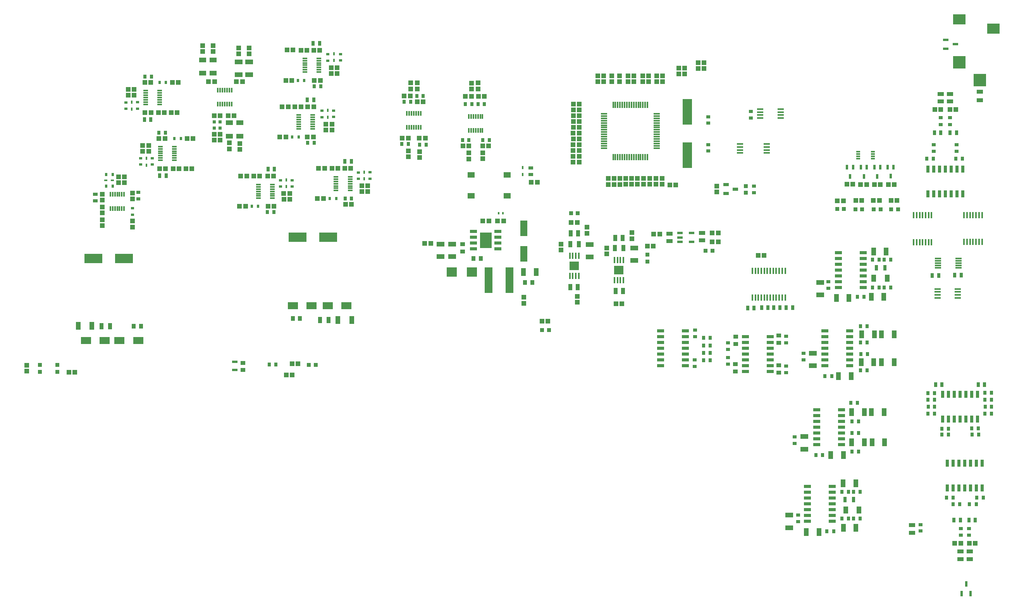
<source format=gbr>
%TF.GenerationSoftware,KiCad,Pcbnew,8.0.8*%
%TF.CreationDate,2025-05-17T22:55:18-04:00*%
%TF.ProjectId,amp board,616d7020-626f-4617-9264-2e6b69636164,rev?*%
%TF.SameCoordinates,Original*%
%TF.FileFunction,Paste,Top*%
%TF.FilePolarity,Positive*%
%FSLAX46Y46*%
G04 Gerber Fmt 4.6, Leading zero omitted, Abs format (unit mm)*
G04 Created by KiCad (PCBNEW 8.0.8) date 2025-05-17 22:55:18*
%MOMM*%
%LPD*%
G01*
G04 APERTURE LIST*
%ADD10R,0.950000X0.950000*%
%ADD11R,0.960000X1.390000*%
%ADD12R,1.525000X0.650000*%
%ADD13R,0.420000X0.640000*%
%ADD14R,1.000000X0.900000*%
%ADD15R,0.750000X0.940000*%
%ADD16R,0.650000X0.900000*%
%ADD17R,0.900000X0.650000*%
%ADD18R,1.820000X1.070000*%
%ADD19R,1.100000X1.000000*%
%ADD20R,2.250000X1.600000*%
%ADD21R,1.000000X1.100000*%
%ADD22R,0.780000X0.980000*%
%ADD23R,0.940000X0.750000*%
%ADD24R,1.470000X0.970000*%
%ADD25R,1.600000X1.050000*%
%ADD26R,0.600000X1.300000*%
%ADD27R,0.600000X0.700000*%
%ADD28R,1.070000X1.820000*%
%ADD29R,1.200000X0.600000*%
%ADD30R,1.050000X1.800000*%
%ADD31R,1.300000X0.600000*%
%ADD32R,0.950000X1.400000*%
%ADD33R,1.000000X0.950000*%
%ADD34R,1.075000X0.300000*%
%ADD35R,0.450000X1.475000*%
%ADD36R,2.200000X2.150000*%
%ADD37R,0.950000X1.000000*%
%ADD38R,0.700000X0.600000*%
%ADD39R,0.910000X1.390000*%
%ADD40R,0.300000X1.075000*%
%ADD41R,1.650000X0.700000*%
%ADD42R,2.600000X3.500000*%
%ADD43R,0.980000X0.780000*%
%ADD44R,1.050000X1.600000*%
%ADD45R,1.250000X0.600000*%
%ADD46R,2.800000X2.200000*%
%ADD47R,2.800000X2.800000*%
%ADD48R,0.450000X1.400000*%
%ADD49R,2.150000X1.846000*%
%ADD50R,0.650000X1.525000*%
%ADD51R,0.450000X0.600000*%
%ADD52R,1.550000X1.300000*%
%ADD53R,1.371600X0.457200*%
%ADD54R,1.475000X0.450000*%
%ADD55R,0.640000X0.420000*%
%ADD56R,1.425000X0.450000*%
%ADD57R,0.500000X1.000000*%
%ADD58R,0.700000X1.300000*%
%ADD59R,2.100000X5.600000*%
%ADD60R,1.600000X3.500000*%
%ADD61R,1.400000X0.950000*%
%ADD62R,0.850000X0.300000*%
%ADD63R,1.700000X5.700000*%
%ADD64R,1.450000X0.300000*%
%ADD65R,0.700000X0.650000*%
%ADD66R,4.000000X2.150000*%
%ADD67R,1.200000X0.650000*%
%ADD68R,1.475000X0.300000*%
%ADD69R,0.300000X1.475000*%
G04 APERTURE END LIST*
D10*
%TO.C,LED2*%
X387629800Y-220243600D03*
X386129800Y-220243600D03*
%TD*%
D11*
%TO.C,C278*%
X329493800Y-225501400D03*
X327873800Y-225501400D03*
%TD*%
D12*
%TO.C,IC26*%
X387074000Y-271800800D03*
X387074000Y-270530800D03*
X387074000Y-269260800D03*
X387074000Y-267990800D03*
X387074000Y-266720800D03*
X387074000Y-265450800D03*
X387074000Y-264180800D03*
X381650000Y-264180800D03*
X381650000Y-265450800D03*
X381650000Y-266720800D03*
X381650000Y-267990800D03*
X381650000Y-269260800D03*
X381650000Y-270530800D03*
X381650000Y-271800800D03*
%TD*%
D13*
%TO.C,D29*%
X317424200Y-212674400D03*
X317424200Y-211174400D03*
%TD*%
D14*
%TO.C,R4*%
X363906200Y-254190800D03*
X363906200Y-255790800D03*
%TD*%
D15*
%TO.C,C132*%
X304913200Y-197231200D03*
X306313200Y-197231200D03*
%TD*%
D16*
%TO.C,R155*%
X410464400Y-268275000D03*
X409014400Y-268275000D03*
%TD*%
%TO.C,R108*%
X391310600Y-251968200D03*
X392760600Y-251968200D03*
%TD*%
D17*
%TO.C,R170*%
X410820000Y-200254000D03*
X410820000Y-201704000D03*
%TD*%
D18*
%TO.C,C96*%
X382411200Y-239022600D03*
X382411200Y-236262600D03*
%TD*%
D19*
%TO.C,R260*%
X241900200Y-199136200D03*
X240600200Y-199136200D03*
%TD*%
D20*
%TO.C,D20*%
X233389000Y-248984600D03*
X229289000Y-248984600D03*
%TD*%
D19*
%TO.C,R274*%
X278545600Y-211348650D03*
X279845600Y-211348650D03*
%TD*%
D21*
%TO.C,R210*%
X339911400Y-214808000D03*
X339911400Y-213508000D03*
%TD*%
D16*
%TO.C,R338*%
X416591800Y-283400400D03*
X418041800Y-283400400D03*
%TD*%
%TO.C,R157*%
X407416400Y-264973000D03*
X405966400Y-264973000D03*
%TD*%
D21*
%TO.C,R209*%
X338641400Y-214838000D03*
X338641400Y-213538000D03*
%TD*%
D22*
%TO.C,C4*%
X375017200Y-241808200D03*
X376417200Y-241808200D03*
%TD*%
D19*
%TO.C,R299*%
X270455000Y-197834200D03*
X271755000Y-197834200D03*
%TD*%
%TO.C,R164*%
X415027000Y-293363400D03*
X416327000Y-293363400D03*
%TD*%
D23*
%TO.C,C212*%
X367233600Y-198893400D03*
X367233600Y-200293400D03*
%TD*%
D24*
%TO.C,C171*%
X408788000Y-196698000D03*
X408788000Y-195038000D03*
%TD*%
D19*
%TO.C,R138*%
X292837000Y-195453200D03*
X291537000Y-195453200D03*
%TD*%
D25*
%TO.C,C64*%
X253310000Y-201320600D03*
X253310000Y-204270600D03*
%TD*%
D21*
%TO.C,R52*%
X255596000Y-205892600D03*
X255596000Y-207192600D03*
%TD*%
D26*
%TO.C,D26*%
X413359400Y-304336400D03*
X415259400Y-304336400D03*
X414309400Y-302236400D03*
%TD*%
D27*
%TO.C,D52*%
X275255600Y-217952650D03*
X276655600Y-217952650D03*
%TD*%
D17*
%TO.C,R172*%
X412217000Y-207594400D03*
X412217000Y-206144400D03*
%TD*%
D19*
%TO.C,R265*%
X272561600Y-217952650D03*
X273861600Y-217952650D03*
%TD*%
D16*
%TO.C,R156*%
X418412400Y-264973000D03*
X419862400Y-264973000D03*
%TD*%
D21*
%TO.C,R132*%
X306222800Y-192644200D03*
X306222800Y-193944200D03*
%TD*%
D19*
%TO.C,R341*%
X344648400Y-228295400D03*
X345948400Y-228295400D03*
%TD*%
D22*
%TO.C,C258*%
X261736600Y-211515400D03*
X263136600Y-211515400D03*
%TD*%
D28*
%TO.C,C13*%
X387494400Y-289966600D03*
X390254400Y-289966600D03*
%TD*%
D29*
%TO.C,IC58*%
X351785000Y-225491200D03*
X351785000Y-226441200D03*
X351785000Y-227391200D03*
X354285000Y-227391200D03*
X354285000Y-225491200D03*
%TD*%
D16*
%TO.C,R12*%
X358357400Y-251688800D03*
X356907400Y-251688800D03*
%TD*%
D19*
%TO.C,R305*%
X274407000Y-202914200D03*
X275707000Y-202914200D03*
%TD*%
D21*
%TO.C,R315*%
X232110200Y-216730400D03*
X232110200Y-218030400D03*
%TD*%
D19*
%TO.C,R23*%
X390205600Y-218364000D03*
X391505600Y-218364000D03*
%TD*%
%TO.C,R302*%
X270352000Y-204432200D03*
X271652000Y-204432200D03*
%TD*%
D21*
%TO.C,R43*%
X249769000Y-184443708D03*
X249769000Y-185743708D03*
%TD*%
D16*
%TO.C,R154*%
X410464400Y-269545000D03*
X409014400Y-269545000D03*
%TD*%
D21*
%TO.C,R182*%
X317697600Y-239535800D03*
X317697600Y-240835800D03*
%TD*%
D15*
%TO.C,C164*%
X406016400Y-263449000D03*
X407416400Y-263449000D03*
%TD*%
D21*
%TO.C,R310*%
X225506200Y-221064400D03*
X225506200Y-219764400D03*
%TD*%
D16*
%TO.C,R161*%
X405968600Y-260471400D03*
X407418600Y-260471400D03*
%TD*%
D30*
%TO.C,R145*%
X277036800Y-244475200D03*
X280036800Y-244475200D03*
%TD*%
D27*
%TO.C,D67*%
X258180600Y-219643400D03*
X259580600Y-219643400D03*
%TD*%
D19*
%TO.C,R286*%
X283543600Y-215158650D03*
X282243600Y-215158650D03*
%TD*%
D31*
%TO.C,D27*%
X409851000Y-183218600D03*
X409851000Y-185118600D03*
X411951000Y-184168600D03*
%TD*%
D28*
%TO.C,C22*%
X382160200Y-290906400D03*
X379400200Y-290906400D03*
%TD*%
D32*
%TO.C,R142*%
X227239000Y-245872200D03*
X225339000Y-245872200D03*
%TD*%
D19*
%TO.C,R183*%
X355755000Y-188214200D03*
X357055000Y-188214200D03*
%TD*%
D21*
%TO.C,R217*%
X344932400Y-192369400D03*
X344932400Y-191069400D03*
%TD*%
D15*
%TO.C,C135*%
X296310200Y-206106200D03*
X294910200Y-206106200D03*
%TD*%
D21*
%TO.C,R39*%
X257643000Y-184951708D03*
X257643000Y-186251708D03*
%TD*%
D14*
%TO.C,R1*%
X363982400Y-248133000D03*
X363982400Y-249733000D03*
%TD*%
D21*
%TO.C,R225*%
X347878800Y-213487200D03*
X347878800Y-214787200D03*
%TD*%
D15*
%TO.C,C248*%
X271882600Y-193351600D03*
X273282600Y-193351600D03*
%TD*%
D21*
%TO.C,R40*%
X255357000Y-184951708D03*
X255357000Y-186251708D03*
%TD*%
%TO.C,R175*%
X336914200Y-192380000D03*
X336914200Y-191080000D03*
%TD*%
D24*
%TO.C,C281*%
X356591000Y-227085200D03*
X356591000Y-225425200D03*
%TD*%
D21*
%TO.C,R313*%
X230332200Y-214460400D03*
X230332200Y-213160400D03*
%TD*%
D17*
%TO.C,R10*%
X355041600Y-246682800D03*
X355041600Y-248132800D03*
%TD*%
D19*
%TO.C,R263*%
X265632600Y-192081600D03*
X266932600Y-192081600D03*
%TD*%
D17*
%TO.C,R167*%
X414915000Y-291585400D03*
X414915000Y-290135400D03*
%TD*%
D19*
%TO.C,R190*%
X328489400Y-199822000D03*
X329789400Y-199822000D03*
%TD*%
D33*
%TO.C,C47*%
X256261000Y-255460600D03*
X256261000Y-253860600D03*
%TD*%
D27*
%TO.C,D51*%
X268264600Y-192081600D03*
X269664600Y-192081600D03*
%TD*%
D19*
%TO.C,R130*%
X306187000Y-195580200D03*
X304887000Y-195580200D03*
%TD*%
D34*
%TO.C,IC52*%
X268453000Y-199652200D03*
X268453000Y-200152200D03*
X268453000Y-200652200D03*
X268453000Y-201152200D03*
X268453000Y-201652200D03*
X268453000Y-202152200D03*
X268453000Y-202652200D03*
X271529000Y-202652200D03*
X271529000Y-202152200D03*
X271529000Y-201652200D03*
X271529000Y-201152200D03*
X271529000Y-200652200D03*
X271529000Y-200152200D03*
X271529000Y-199652200D03*
%TD*%
D12*
%TO.C,IC4*%
X385033200Y-288493400D03*
X385033200Y-287223400D03*
X385033200Y-285953400D03*
X385033200Y-284683400D03*
X385033200Y-283413400D03*
X385033200Y-282143400D03*
X385033200Y-280873400D03*
X379609200Y-280873400D03*
X379609200Y-282143400D03*
X379609200Y-283413400D03*
X379609200Y-284683400D03*
X379609200Y-285953400D03*
X379609200Y-287223400D03*
X379609200Y-288493400D03*
%TD*%
D34*
%TO.C,IC48*%
X276627600Y-213166650D03*
X276627600Y-213666650D03*
X276627600Y-214166650D03*
X276627600Y-214666650D03*
X276627600Y-215166650D03*
X276627600Y-215666650D03*
X276627600Y-216166650D03*
X279703600Y-216166650D03*
X279703600Y-215666650D03*
X279703600Y-215166650D03*
X279703600Y-214666650D03*
X279703600Y-214166650D03*
X279703600Y-213666650D03*
X279703600Y-213166650D03*
%TD*%
D35*
%TO.C,IC61*%
X417778400Y-221530400D03*
X417128400Y-221530400D03*
X416478400Y-221530400D03*
X415828400Y-221530400D03*
X415178400Y-221530400D03*
X414528400Y-221530400D03*
X413878400Y-221530400D03*
X413878400Y-227406400D03*
X414528400Y-227406400D03*
X415178400Y-227406400D03*
X415828400Y-227406400D03*
X416478400Y-227406400D03*
X417128400Y-227406400D03*
X417778400Y-227406400D03*
%TD*%
D19*
%TO.C,R180*%
X308716400Y-222862800D03*
X310016400Y-222862800D03*
%TD*%
D36*
%TO.C,D28*%
X306334000Y-233988000D03*
X301934000Y-233988000D03*
%TD*%
D37*
%TO.C,C140*%
X232423200Y-245872200D03*
X234023200Y-245872200D03*
%TD*%
D25*
%TO.C,C60*%
X249769000Y-187570708D03*
X249769000Y-190520708D03*
%TD*%
D19*
%TO.C,R184*%
X355755000Y-189509600D03*
X357055000Y-189509600D03*
%TD*%
%TO.C,R227*%
X265731200Y-256502400D03*
X267031200Y-256502400D03*
%TD*%
D21*
%TO.C,R218*%
X351485600Y-190642200D03*
X351485600Y-189342200D03*
%TD*%
D19*
%TO.C,R201*%
X328489400Y-198552000D03*
X329789400Y-198552000D03*
%TD*%
D38*
%TO.C,D71*%
X273533000Y-198720200D03*
X273533000Y-200120200D03*
%TD*%
D15*
%TO.C,C249*%
X278587600Y-217952650D03*
X279987600Y-217952650D03*
%TD*%
D10*
%TO.C,LED7*%
X366132800Y-215167400D03*
X366132800Y-216667400D03*
%TD*%
D19*
%TO.C,R282*%
X282243600Y-216428650D03*
X283543600Y-216428650D03*
%TD*%
%TO.C,R270*%
X275751600Y-211348650D03*
X277051600Y-211348650D03*
%TD*%
D16*
%TO.C,R153*%
X415544400Y-268193000D03*
X416994400Y-268193000D03*
%TD*%
D22*
%TO.C,C244*%
X278557600Y-209824650D03*
X279957600Y-209824650D03*
%TD*%
D39*
%TO.C,C267*%
X339326200Y-238150600D03*
X337686200Y-238150600D03*
%TD*%
D20*
%TO.C,D23*%
X274803000Y-241401800D03*
X278903000Y-241401800D03*
%TD*%
D15*
%TO.C,C261*%
X263024600Y-220913400D03*
X261624600Y-220913400D03*
%TD*%
D28*
%TO.C,C112*%
X389204600Y-256794200D03*
X386444600Y-256794200D03*
%TD*%
D25*
%TO.C,C58*%
X247483000Y-187570708D03*
X247483000Y-190520708D03*
%TD*%
D19*
%TO.C,R316*%
X337780000Y-240970000D03*
X339080000Y-240970000D03*
%TD*%
D33*
%TO.C,C182*%
X304261000Y-227930200D03*
X304261000Y-229530200D03*
%TD*%
D21*
%TO.C,R37*%
X247483000Y-184480708D03*
X247483000Y-185780708D03*
%TD*%
D19*
%TO.C,R139*%
X294369000Y-196723200D03*
X295669000Y-196723200D03*
%TD*%
D40*
%TO.C,IC32*%
X292124400Y-202376000D03*
X292624400Y-202376000D03*
X293124400Y-202376000D03*
X293624400Y-202376000D03*
X294124400Y-202376000D03*
X294624400Y-202376000D03*
X295124400Y-202376000D03*
X295124400Y-199300000D03*
X294624400Y-199300000D03*
X294124400Y-199300000D03*
X293624400Y-199300000D03*
X293124400Y-199300000D03*
X292624400Y-199300000D03*
X292124400Y-199300000D03*
%TD*%
D28*
%TO.C,C94*%
X388727200Y-239674600D03*
X385967200Y-239674600D03*
%TD*%
D22*
%TO.C,C174*%
X411675000Y-288283400D03*
X413075000Y-288283400D03*
%TD*%
D12*
%TO.C,IC25*%
X366121800Y-248183600D03*
X366121800Y-249453600D03*
X366121800Y-250723600D03*
X366121800Y-251993600D03*
X366121800Y-253263600D03*
X366121800Y-254533600D03*
X366121800Y-255803600D03*
X371545800Y-255803600D03*
X371545800Y-254533600D03*
X371545800Y-253263600D03*
X371545800Y-251993600D03*
X371545800Y-250723600D03*
X371545800Y-249453600D03*
X371545800Y-248183600D03*
%TD*%
D19*
%TO.C,R304*%
X265230600Y-218119400D03*
X266530600Y-218119400D03*
%TD*%
%TO.C,R19*%
X391247000Y-214833400D03*
X392547000Y-214833400D03*
%TD*%
D16*
%TO.C,R86*%
X388629800Y-282092600D03*
X387179800Y-282092600D03*
%TD*%
D41*
%TO.C,IC39*%
X312016000Y-228958800D03*
X312016000Y-227688800D03*
X312016000Y-226418800D03*
X312016000Y-225148800D03*
X306666000Y-225148800D03*
X306666000Y-226418800D03*
X306666000Y-227688800D03*
X306666000Y-228958800D03*
D42*
X309341000Y-227053800D03*
%TD*%
D40*
%TO.C,IC19*%
X253809000Y-194193708D03*
X253309000Y-194193708D03*
X252809000Y-194193708D03*
X252309000Y-194193708D03*
X251809000Y-194193708D03*
X251309000Y-194193708D03*
X250809000Y-194193708D03*
X250809000Y-197269708D03*
X251309000Y-197269708D03*
X251809000Y-197269708D03*
X252309000Y-197269708D03*
X252809000Y-197269708D03*
X253309000Y-197269708D03*
X253809000Y-197269708D03*
%TD*%
D21*
%TO.C,R312*%
X232110200Y-224142400D03*
X232110200Y-222842400D03*
%TD*%
D22*
%TO.C,C259*%
X270355000Y-196310200D03*
X271755000Y-196310200D03*
%TD*%
D43*
%TO.C,C199*%
X319202200Y-211236400D03*
X319202200Y-212636400D03*
%TD*%
D16*
%TO.C,R14*%
X358357400Y-250063200D03*
X356907400Y-250063200D03*
%TD*%
%TO.C,R174*%
X412076200Y-209200400D03*
X413526200Y-209200400D03*
%TD*%
D19*
%TO.C,R47*%
X250053000Y-192347708D03*
X248753000Y-192347708D03*
%TD*%
D17*
%TO.C,R166*%
X413137000Y-291585400D03*
X413137000Y-290135400D03*
%TD*%
D19*
%TO.C,R273*%
X271728600Y-185477600D03*
X273028600Y-185477600D03*
%TD*%
D21*
%TO.C,R214*%
X341732000Y-192369400D03*
X341732000Y-191069400D03*
%TD*%
D19*
%TO.C,R168*%
X410790000Y-198476000D03*
X412090000Y-198476000D03*
%TD*%
%TO.C,R292*%
X264867000Y-197834200D03*
X266167000Y-197834200D03*
%TD*%
%TO.C,R163*%
X413137000Y-293363400D03*
X411837000Y-293363400D03*
%TD*%
D44*
%TO.C,C19*%
X387985400Y-286055000D03*
X390935400Y-286055000D03*
%TD*%
D19*
%TO.C,R165*%
X408788000Y-198476000D03*
X407488000Y-198476000D03*
%TD*%
D16*
%TO.C,R329*%
X411474800Y-283400400D03*
X410024800Y-283400400D03*
%TD*%
%TO.C,R339*%
X411462700Y-284803600D03*
X412912700Y-284803600D03*
%TD*%
%TO.C,R106*%
X392686600Y-249428200D03*
X391236600Y-249428200D03*
%TD*%
D17*
%TO.C,R96*%
X384189200Y-237568600D03*
X384189200Y-236118600D03*
%TD*%
D16*
%TO.C,R82*%
X391169800Y-282092600D03*
X389719800Y-282092600D03*
%TD*%
D24*
%TO.C,C170*%
X415143600Y-295157800D03*
X415143600Y-296817800D03*
%TD*%
D13*
%TO.C,D59*%
X231964200Y-196862200D03*
X231964200Y-198362200D03*
%TD*%
D10*
%TO.C,LED19*%
X344653000Y-231712400D03*
X344653000Y-230212400D03*
%TD*%
D19*
%TO.C,R272*%
X236170200Y-199136200D03*
X234870200Y-199136200D03*
%TD*%
D45*
%TO.C,C48*%
X254483000Y-255444600D03*
X254483000Y-253644600D03*
%TD*%
D21*
%TO.C,R134*%
X292394800Y-208788200D03*
X292394800Y-207488200D03*
%TD*%
D15*
%TO.C,C128*%
X304267000Y-205147800D03*
X305667000Y-205147800D03*
%TD*%
D13*
%TO.C,D73*%
X235152200Y-209103600D03*
X235152200Y-210603600D03*
%TD*%
D16*
%TO.C,R340*%
X416516100Y-284803600D03*
X415066100Y-284803600D03*
%TD*%
D19*
%TO.C,R297*%
X239358200Y-211377600D03*
X238058200Y-211377600D03*
%TD*%
D21*
%TO.C,R215*%
X338531600Y-192369400D03*
X338531600Y-191069400D03*
%TD*%
%TO.C,R141*%
X294399000Y-192629200D03*
X294399000Y-193929200D03*
%TD*%
D27*
%TO.C,D66*%
X242710200Y-204773600D03*
X241310200Y-204773600D03*
%TD*%
D13*
%TO.C,D61*%
X276174600Y-187719600D03*
X276174600Y-186219600D03*
%TD*%
D16*
%TO.C,R173*%
X407176200Y-209200400D03*
X405726200Y-209200400D03*
%TD*%
D37*
%TO.C,C144*%
X267157600Y-244170400D03*
X268757600Y-244170400D03*
%TD*%
D38*
%TO.C,D58*%
X230694200Y-196912200D03*
X230694200Y-198312200D03*
%TD*%
D28*
%TO.C,C85*%
X393587200Y-239420600D03*
X396347200Y-239420600D03*
%TD*%
D18*
%TO.C,C23*%
X375691800Y-289941200D03*
X375691800Y-287181200D03*
%TD*%
D15*
%TO.C,C139*%
X295669000Y-195453200D03*
X294269000Y-195453200D03*
%TD*%
D21*
%TO.C,R221*%
X341181400Y-214808000D03*
X341181400Y-213508000D03*
%TD*%
D37*
%TO.C,C183*%
X306661400Y-231016200D03*
X308261400Y-231016200D03*
%TD*%
D21*
%TO.C,R140*%
X292937000Y-192629200D03*
X292937000Y-193929200D03*
%TD*%
D13*
%TO.C,D63*%
X282751600Y-213622650D03*
X282751600Y-212122650D03*
%TD*%
D21*
%TO.C,R191*%
X335783200Y-230062400D03*
X335783200Y-228762400D03*
%TD*%
D27*
%TO.C,D79*%
X226392200Y-215222400D03*
X227792200Y-215222400D03*
%TD*%
D19*
%TO.C,R306*%
X234360200Y-207567600D03*
X235660200Y-207567600D03*
%TD*%
%TO.C,R269*%
X268934600Y-185477600D03*
X270234600Y-185477600D03*
%TD*%
D21*
%TO.C,R54*%
X250008000Y-203860600D03*
X250008000Y-205160600D03*
%TD*%
D19*
%TO.C,R131*%
X307731800Y-195605600D03*
X309031800Y-195605600D03*
%TD*%
%TO.C,R291*%
X255548600Y-219643400D03*
X256848600Y-219643400D03*
%TD*%
D34*
%TO.C,IC50*%
X241276200Y-209551600D03*
X241276200Y-209051600D03*
X241276200Y-208551600D03*
X241276200Y-208051600D03*
X241276200Y-207551600D03*
X241276200Y-207051600D03*
X241276200Y-206551600D03*
X238200200Y-206551600D03*
X238200200Y-207051600D03*
X238200200Y-207551600D03*
X238200200Y-208051600D03*
X238200200Y-208551600D03*
X238200200Y-209051600D03*
X238200200Y-209551600D03*
%TD*%
D19*
%TO.C,R261*%
X242154200Y-192532200D03*
X240854200Y-192532200D03*
%TD*%
D38*
%TO.C,D55*%
X274806600Y-186363600D03*
X274806600Y-187763600D03*
%TD*%
D34*
%TO.C,IC46*%
X238060200Y-197318200D03*
X238060200Y-196818200D03*
X238060200Y-196318200D03*
X238060200Y-195818200D03*
X238060200Y-195318200D03*
X238060200Y-194818200D03*
X238060200Y-194318200D03*
X234984200Y-194318200D03*
X234984200Y-194818200D03*
X234984200Y-195318200D03*
X234984200Y-195818200D03*
X234984200Y-196318200D03*
X234984200Y-196818200D03*
X234984200Y-197318200D03*
%TD*%
D21*
%TO.C,R211*%
X347929600Y-192379800D03*
X347929600Y-191079800D03*
%TD*%
%TO.C,R319*%
X341244200Y-226679600D03*
X341244200Y-225379600D03*
%TD*%
D34*
%TO.C,IC47*%
X269810600Y-187247600D03*
X269810600Y-187747600D03*
X269810600Y-188247600D03*
X269810600Y-188747600D03*
X269810600Y-189247600D03*
X269810600Y-189747600D03*
X269810600Y-190247600D03*
X272886600Y-190247600D03*
X272886600Y-189747600D03*
X272886600Y-189247600D03*
X272886600Y-188747600D03*
X272886600Y-188247600D03*
X272886600Y-187747600D03*
X272886600Y-187247600D03*
%TD*%
D19*
%TO.C,R300*%
X237916200Y-204773600D03*
X239216200Y-204773600D03*
%TD*%
D16*
%TO.C,R101*%
X390540000Y-262656800D03*
X389090000Y-262656800D03*
%TD*%
D14*
%TO.C,R5*%
X373405800Y-254444800D03*
X373405800Y-256044800D03*
%TD*%
D46*
%TO.C,J5*%
X412835000Y-178742600D03*
D47*
X412835000Y-188142600D03*
D46*
X420235000Y-180742600D03*
D47*
X417285000Y-192042600D03*
%TD*%
D48*
%TO.C,IC57*%
X329661200Y-230479800D03*
X329011200Y-230479800D03*
X328361200Y-230479800D03*
X327711200Y-230479800D03*
X327711200Y-234879800D03*
X328361200Y-234879800D03*
X329011200Y-234879800D03*
X329661200Y-234879800D03*
D49*
X328686200Y-232679800D03*
%TD*%
D19*
%TO.C,R49*%
X251308000Y-199796600D03*
X250008000Y-199796600D03*
%TD*%
%TO.C,R280*%
X232472200Y-194056200D03*
X231172200Y-194056200D03*
%TD*%
D15*
%TO.C,C246*%
X236282200Y-191262200D03*
X234882200Y-191262200D03*
%TD*%
D30*
%TO.C,R143*%
X223293200Y-245770600D03*
X220293200Y-245770600D03*
%TD*%
D38*
%TO.C,D76*%
X276073000Y-200058200D03*
X276073000Y-198658200D03*
%TD*%
D16*
%TO.C,R13*%
X358357400Y-248412200D03*
X356907400Y-248412200D03*
%TD*%
D19*
%TO.C,R348*%
X358836600Y-227381000D03*
X360136600Y-227381000D03*
%TD*%
%TO.C,R176*%
X349555200Y-214935000D03*
X350855200Y-214935000D03*
%TD*%
D16*
%TO.C,R11*%
X358357400Y-253289000D03*
X356907400Y-253289000D03*
%TD*%
D19*
%TO.C,R178*%
X322901600Y-244754600D03*
X321601600Y-244754600D03*
%TD*%
%TO.C,R194*%
X328451400Y-206172000D03*
X329751400Y-206172000D03*
%TD*%
%TO.C,R307*%
X266500600Y-216849400D03*
X265200600Y-216849400D03*
%TD*%
D38*
%TO.C,D69*%
X236422200Y-210491600D03*
X236422200Y-209091600D03*
%TD*%
D23*
%TO.C,C160*%
X404318600Y-290665750D03*
X404318600Y-289265750D03*
%TD*%
D32*
%TO.C,R330*%
X329697000Y-227889000D03*
X327797000Y-227889000D03*
%TD*%
D19*
%TO.C,R276*%
X234852200Y-192532200D03*
X236152200Y-192532200D03*
%TD*%
D17*
%TO.C,R188*%
X367910800Y-216679400D03*
X367910800Y-215229400D03*
%TD*%
D50*
%TO.C,IC38*%
X405943200Y-216910400D03*
X407213200Y-216910400D03*
X408483200Y-216910400D03*
X409753200Y-216910400D03*
X411023200Y-216910400D03*
X412293200Y-216910400D03*
X413563200Y-216910400D03*
X413563200Y-211486400D03*
X412293200Y-211486400D03*
X411023200Y-211486400D03*
X409753200Y-211486400D03*
X408483200Y-211486400D03*
X407213200Y-211486400D03*
X405943200Y-211486400D03*
%TD*%
D17*
%TO.C,R95*%
X377596800Y-288622600D03*
X377596800Y-287172600D03*
%TD*%
D21*
%TO.C,R224*%
X345135600Y-213523000D03*
X345135600Y-214823000D03*
%TD*%
%TO.C,R314*%
X229062200Y-213160400D03*
X229062200Y-214460400D03*
%TD*%
D51*
%TO.C,C184*%
X312142600Y-221161000D03*
X313092600Y-221161000D03*
%TD*%
D22*
%TO.C,C173*%
X416315000Y-288283400D03*
X414915000Y-288283400D03*
%TD*%
D19*
%TO.C,R296*%
X267661000Y-197834200D03*
X268961000Y-197834200D03*
%TD*%
D16*
%TO.C,R104*%
X390794000Y-266720800D03*
X389344000Y-266720800D03*
%TD*%
D19*
%TO.C,R192*%
X328481400Y-204902000D03*
X329781400Y-204902000D03*
%TD*%
%TO.C,R301*%
X261736600Y-219643400D03*
X263036600Y-219643400D03*
%TD*%
%TO.C,R128*%
X305667000Y-206417800D03*
X304367000Y-206417800D03*
%TD*%
D50*
%TO.C,IC59*%
X410204800Y-281242000D03*
X411474800Y-281242000D03*
X412744800Y-281242000D03*
X414014800Y-281242000D03*
X415284800Y-281242000D03*
X416554800Y-281242000D03*
X417824800Y-281242000D03*
X417824800Y-275818000D03*
X416554800Y-275818000D03*
X415284800Y-275818000D03*
X414014800Y-275818000D03*
X412744800Y-275818000D03*
X411474800Y-275818000D03*
X410204800Y-275818000D03*
%TD*%
D52*
%TO.C,S5*%
X306108600Y-212786600D03*
X306108600Y-217286600D03*
X314058600Y-212786600D03*
X314058600Y-217286600D03*
%TD*%
D19*
%TO.C,R303*%
X235660200Y-206297600D03*
X234360200Y-206297600D03*
%TD*%
D22*
%TO.C,C243*%
X236158200Y-200660200D03*
X234758200Y-200660200D03*
%TD*%
%TO.C,C175*%
X412220000Y-203556000D03*
X410820000Y-203556000D03*
%TD*%
D21*
%TO.C,R208*%
X337371400Y-214838000D03*
X337371400Y-213538000D03*
%TD*%
D53*
%TO.C,IC44*%
X408076800Y-237718800D03*
X408076800Y-238353800D03*
X408076800Y-239014200D03*
X408076800Y-239649200D03*
X412496400Y-239649200D03*
X412496400Y-239014200D03*
X412496400Y-238353800D03*
X412496400Y-237718800D03*
%TD*%
D21*
%TO.C,R223*%
X343789400Y-213523000D03*
X343789400Y-214823000D03*
%TD*%
%TO.C,R311*%
X225506200Y-223858400D03*
X225506200Y-222558400D03*
%TD*%
D54*
%TO.C,IC5*%
X364888200Y-206000000D03*
X364888200Y-206650000D03*
X364888200Y-207300000D03*
X364888200Y-207950000D03*
X370764200Y-207950000D03*
X370764200Y-207300000D03*
X370764200Y-206650000D03*
X370764200Y-206000000D03*
%TD*%
D50*
%TO.C,IC37*%
X416814400Y-260737000D03*
X415544400Y-260737000D03*
X414274400Y-260737000D03*
X413004400Y-260737000D03*
X411734400Y-260737000D03*
X410464400Y-260737000D03*
X409194400Y-260737000D03*
X409194400Y-266161000D03*
X410464400Y-266161000D03*
X411734400Y-266161000D03*
X413004400Y-266161000D03*
X414274400Y-266161000D03*
X415544400Y-266161000D03*
X416814400Y-266161000D03*
%TD*%
D19*
%TO.C,R200*%
X328489400Y-197282000D03*
X329789400Y-197282000D03*
%TD*%
D32*
%TO.C,R144*%
X273116400Y-244475200D03*
X275016400Y-244475200D03*
%TD*%
D55*
%TO.C,D80*%
X227780200Y-213952400D03*
X226280200Y-213952400D03*
%TD*%
D20*
%TO.C,D21*%
X226055800Y-248984600D03*
X221955800Y-248984600D03*
%TD*%
D38*
%TO.C,D60*%
X277571600Y-187720400D03*
X277571600Y-186320400D03*
%TD*%
D19*
%TO.C,R294*%
X242294200Y-211377600D03*
X240994200Y-211377600D03*
%TD*%
D18*
%TO.C,C279*%
X332033800Y-227982200D03*
X332033800Y-230742200D03*
%TD*%
D16*
%TO.C,R85*%
X388629800Y-287934600D03*
X387179800Y-287934600D03*
%TD*%
D56*
%TO.C,IC42*%
X373763600Y-200314400D03*
X373763600Y-199664400D03*
X373763600Y-199014400D03*
X373763600Y-198364400D03*
X369339600Y-198364400D03*
X369339600Y-199014400D03*
X369339600Y-199664400D03*
X369339600Y-200314400D03*
%TD*%
D38*
%TO.C,D74*%
X267008600Y-215325400D03*
X267008600Y-213925400D03*
%TD*%
%TO.C,D54*%
X233234200Y-198250200D03*
X233234200Y-196850200D03*
%TD*%
D18*
%TO.C,C181*%
X301975000Y-227883800D03*
X301975000Y-230643800D03*
%TD*%
D38*
%TO.C,D81*%
X232110200Y-221448400D03*
X232110200Y-220048400D03*
%TD*%
D10*
%TO.C,LED24*%
X272188200Y-254305000D03*
X270688200Y-254305000D03*
%TD*%
D21*
%TO.C,R126*%
X305667000Y-209241800D03*
X305667000Y-207941800D03*
%TD*%
D15*
%TO.C,C129*%
X310086600Y-205130600D03*
X308686600Y-205130600D03*
%TD*%
D16*
%TO.C,R88*%
X395328200Y-231292600D03*
X393878200Y-231292600D03*
%TD*%
D57*
%TO.C,Q1*%
X395544200Y-211064800D03*
X394244200Y-211064800D03*
X394894200Y-213064800D03*
%TD*%
D22*
%TO.C,C3*%
X411847200Y-234670800D03*
X413247200Y-234670800D03*
%TD*%
D19*
%TO.C,R20*%
X397292200Y-214842800D03*
X398592200Y-214842800D03*
%TD*%
D16*
%TO.C,R105*%
X392686600Y-255524200D03*
X391236600Y-255524200D03*
%TD*%
D15*
%TO.C,C138*%
X291537000Y-196723200D03*
X292937000Y-196723200D03*
%TD*%
D37*
%TO.C,C187*%
X317928000Y-236271000D03*
X319528000Y-236271000D03*
%TD*%
D16*
%TO.C,R158*%
X419825400Y-261925000D03*
X418375400Y-261925000D03*
%TD*%
D38*
%TO.C,D72*%
X233882200Y-209091600D03*
X233882200Y-210491600D03*
%TD*%
D10*
%TO.C,LED3*%
X391593600Y-220269000D03*
X390093600Y-220269000D03*
%TD*%
D22*
%TO.C,C6*%
X371032400Y-241808200D03*
X369632400Y-241808200D03*
%TD*%
D58*
%TO.C,C88*%
X396609200Y-233076600D03*
X394709200Y-233076600D03*
%TD*%
D19*
%TO.C,R17*%
X394254600Y-214858800D03*
X395554600Y-214858800D03*
%TD*%
D22*
%TO.C,C166*%
X409030800Y-258617200D03*
X407630800Y-258617200D03*
%TD*%
D10*
%TO.C,LED21*%
X211887200Y-254329000D03*
X211887200Y-255829000D03*
%TD*%
D35*
%TO.C,IC60*%
X406750200Y-221572800D03*
X406100200Y-221572800D03*
X405450200Y-221572800D03*
X404800200Y-221572800D03*
X404150200Y-221572800D03*
X403500200Y-221572800D03*
X402850200Y-221572800D03*
X402850200Y-227448800D03*
X403500200Y-227448800D03*
X404150200Y-227448800D03*
X404800200Y-227448800D03*
X405450200Y-227448800D03*
X406100200Y-227448800D03*
X406750200Y-227448800D03*
%TD*%
D19*
%TO.C,R346*%
X268305200Y-254101800D03*
X267005200Y-254101800D03*
%TD*%
D18*
%TO.C,C62*%
X255357000Y-190789708D03*
X255357000Y-188029708D03*
%TD*%
D15*
%TO.C,C134*%
X290994800Y-205994200D03*
X292394800Y-205994200D03*
%TD*%
D17*
%TO.C,R116*%
X378790600Y-253238200D03*
X378790600Y-251788200D03*
%TD*%
D19*
%TO.C,R129*%
X308656600Y-206400600D03*
X309956600Y-206400600D03*
%TD*%
%TO.C,R278*%
X279987600Y-219222650D03*
X278687600Y-219222650D03*
%TD*%
D17*
%TO.C,R7*%
X362280600Y-254152600D03*
X362280600Y-252702600D03*
%TD*%
D28*
%TO.C,C106*%
X394140600Y-253746200D03*
X391380600Y-253746200D03*
%TD*%
D16*
%TO.C,R152*%
X415581400Y-269545000D03*
X417031400Y-269545000D03*
%TD*%
%TO.C,R94*%
X391989200Y-239420600D03*
X390539200Y-239420600D03*
%TD*%
D59*
%TO.C,Y2*%
X353373400Y-208458000D03*
X353373400Y-198958000D03*
%TD*%
D24*
%TO.C,C169*%
X413111600Y-295157800D03*
X413111600Y-296817800D03*
%TD*%
D17*
%TO.C,R2*%
X374980600Y-248068200D03*
X374980600Y-249518200D03*
%TD*%
D22*
%TO.C,C165*%
X416938400Y-258623000D03*
X418338400Y-258623000D03*
%TD*%
D21*
%TO.C,R328*%
X329377200Y-240639800D03*
X329377200Y-239339800D03*
%TD*%
D19*
%TO.C,R343*%
X328016000Y-223164600D03*
X329316000Y-223164600D03*
%TD*%
D57*
%TO.C,Q3*%
X392608200Y-211064800D03*
X391308200Y-211064800D03*
X391958200Y-213064800D03*
%TD*%
D48*
%TO.C,IC54*%
X339405000Y-231378600D03*
X338755000Y-231378600D03*
X338105000Y-231378600D03*
X337455000Y-231378600D03*
X337455000Y-235778600D03*
X338105000Y-235778600D03*
X338755000Y-235778600D03*
X339405000Y-235778600D03*
D49*
X338430000Y-233578600D03*
%TD*%
D22*
%TO.C,C245*%
X271628600Y-183953600D03*
X273028600Y-183953600D03*
%TD*%
%TO.C,C176*%
X407388000Y-203556000D03*
X408788000Y-203556000D03*
%TD*%
D19*
%TO.C,R332*%
X346035000Y-225679200D03*
X347335000Y-225679200D03*
%TD*%
D21*
%TO.C,R309*%
X225506200Y-218270400D03*
X225506200Y-216970400D03*
%TD*%
D57*
%TO.C,Q4*%
X398450200Y-211032800D03*
X397150200Y-211032800D03*
X397800200Y-213032800D03*
%TD*%
D19*
%TO.C,R189*%
X328489400Y-201092000D03*
X329789400Y-201092000D03*
%TD*%
%TO.C,R136*%
X292394800Y-204724200D03*
X291094800Y-204724200D03*
%TD*%
%TO.C,R185*%
X319288800Y-214325400D03*
X320588800Y-214325400D03*
%TD*%
D16*
%TO.C,R107*%
X389344000Y-269260800D03*
X390794000Y-269260800D03*
%TD*%
D28*
%TO.C,C105*%
X392064000Y-271292800D03*
X389304000Y-271292800D03*
%TD*%
D21*
%TO.C,R53*%
X253310000Y-207050600D03*
X253310000Y-205750600D03*
%TD*%
D12*
%TO.C,IC27*%
X388868600Y-254508200D03*
X388868600Y-253238200D03*
X388868600Y-251968200D03*
X388868600Y-250698200D03*
X388868600Y-249428200D03*
X388868600Y-248158200D03*
X388868600Y-246888200D03*
X383444600Y-246888200D03*
X383444600Y-248158200D03*
X383444600Y-249428200D03*
X383444600Y-250698200D03*
X383444600Y-251968200D03*
X383444600Y-253238200D03*
X383444600Y-254508200D03*
%TD*%
D17*
%TO.C,R8*%
X362280600Y-249527600D03*
X362280600Y-250977600D03*
%TD*%
D16*
%TO.C,R114*%
X383481600Y-256794200D03*
X384931600Y-256794200D03*
%TD*%
D18*
%TO.C,C55*%
X257643000Y-188029708D03*
X257643000Y-190789708D03*
%TD*%
D21*
%TO.C,R331*%
X331449600Y-225516400D03*
X331449600Y-224216400D03*
%TD*%
D19*
%TO.C,R50*%
X253056000Y-199796600D03*
X254356000Y-199796600D03*
%TD*%
D24*
%TO.C,C159*%
X402515200Y-291049750D03*
X402515200Y-289389750D03*
%TD*%
D16*
%TO.C,R109*%
X381470000Y-274086800D03*
X382920000Y-274086800D03*
%TD*%
D19*
%TO.C,R345*%
X218232200Y-255908200D03*
X219532200Y-255908200D03*
%TD*%
D14*
%TO.C,R3*%
X373405800Y-249517000D03*
X373405800Y-247917000D03*
%TD*%
D19*
%TO.C,R295*%
X258626600Y-213039400D03*
X259926600Y-213039400D03*
%TD*%
D20*
%TO.C,D22*%
X267165000Y-241401800D03*
X271265000Y-241401800D03*
%TD*%
D19*
%TO.C,R137*%
X294818200Y-204724200D03*
X296118200Y-204724200D03*
%TD*%
%TO.C,R333*%
X358847000Y-225425200D03*
X360147000Y-225425200D03*
%TD*%
%TO.C,R24*%
X397912200Y-218313200D03*
X399212200Y-218313200D03*
%TD*%
D21*
%TO.C,R51*%
X251278000Y-205160600D03*
X251278000Y-203860600D03*
%TD*%
D39*
%TO.C,C277*%
X329435200Y-237337800D03*
X327795200Y-237337800D03*
%TD*%
D19*
%TO.C,R216*%
X329783600Y-202336600D03*
X328483600Y-202336600D03*
%TD*%
D16*
%TO.C,R102*%
X392686600Y-245872200D03*
X391236600Y-245872200D03*
%TD*%
D28*
%TO.C,C101*%
X392064000Y-264688800D03*
X389304000Y-264688800D03*
%TD*%
%TO.C,C100*%
X396492000Y-271292800D03*
X393732000Y-271292800D03*
%TD*%
D16*
%TO.C,R87*%
X395291200Y-237388600D03*
X393841200Y-237388600D03*
%TD*%
%TO.C,R103*%
X390794000Y-273324800D03*
X389344000Y-273324800D03*
%TD*%
D13*
%TO.C,D75*%
X265738600Y-215325400D03*
X265738600Y-213825400D03*
%TD*%
D28*
%TO.C,C110*%
X387492000Y-274086800D03*
X384732000Y-274086800D03*
%TD*%
D60*
%TO.C,C185*%
X317672200Y-230037600D03*
X317672200Y-224437600D03*
%TD*%
D17*
%TO.C,R169*%
X408788000Y-200254000D03*
X408788000Y-201704000D03*
%TD*%
D15*
%TO.C,C262*%
X271835000Y-205708200D03*
X270435000Y-205708200D03*
%TD*%
D11*
%TO.C,C268*%
X339237600Y-226578000D03*
X337617600Y-226578000D03*
%TD*%
D10*
%TO.C,LED26*%
X357378400Y-229387600D03*
X358878400Y-229387600D03*
%TD*%
D12*
%TO.C,IC24*%
X391809200Y-237388600D03*
X391809200Y-236118600D03*
X391809200Y-234848600D03*
X391809200Y-233578600D03*
X391809200Y-232308600D03*
X391809200Y-231038600D03*
X391809200Y-229768600D03*
X386385200Y-229768600D03*
X386385200Y-231038600D03*
X386385200Y-232308600D03*
X386385200Y-233578600D03*
X386385200Y-234848600D03*
X386385200Y-236118600D03*
X386385200Y-237388600D03*
%TD*%
D19*
%TO.C,R197*%
X328451400Y-209982000D03*
X329751400Y-209982000D03*
%TD*%
D40*
%TO.C,IC31*%
X305635800Y-203047800D03*
X306135800Y-203047800D03*
X306635800Y-203047800D03*
X307135800Y-203047800D03*
X307635800Y-203047800D03*
X308135800Y-203047800D03*
X308635800Y-203047800D03*
X308635800Y-199971800D03*
X308135800Y-199971800D03*
X307635800Y-199971800D03*
X307135800Y-199971800D03*
X306635800Y-199971800D03*
X306135800Y-199971800D03*
X305635800Y-199971800D03*
%TD*%
D19*
%TO.C,R21*%
X394056000Y-218364000D03*
X395356000Y-218364000D03*
%TD*%
D22*
%TO.C,C2*%
X406933800Y-234772400D03*
X408333800Y-234772400D03*
%TD*%
D61*
%TO.C,R162*%
X417297000Y-194543800D03*
X417297000Y-196443800D03*
%TD*%
D28*
%TO.C,C82*%
X396855200Y-229514600D03*
X394095200Y-229514600D03*
%TD*%
D21*
%TO.C,R220*%
X342451400Y-214808000D03*
X342451400Y-213508000D03*
%TD*%
D15*
%TO.C,C163*%
X419862400Y-263449000D03*
X418462400Y-263449000D03*
%TD*%
D18*
%TO.C,C180*%
X299435000Y-227883800D03*
X299435000Y-230643800D03*
%TD*%
D19*
%TO.C,R179*%
X296001400Y-227765000D03*
X297301400Y-227765000D03*
%TD*%
D16*
%TO.C,R81*%
X391169800Y-287934600D03*
X389719800Y-287934600D03*
%TD*%
D38*
%TO.C,D70*%
X264468600Y-213925400D03*
X264468600Y-215325400D03*
%TD*%
D19*
%TO.C,R288*%
X245088200Y-211377600D03*
X243788200Y-211377600D03*
%TD*%
D23*
%TO.C,C209*%
X357945400Y-201422000D03*
X357945400Y-200022000D03*
%TD*%
D62*
%TO.C,IC3*%
X390764200Y-207708000D03*
X390764200Y-208208000D03*
X390764200Y-208708000D03*
X390764200Y-209208000D03*
X393914200Y-209208000D03*
X393914200Y-208708000D03*
X393914200Y-208208000D03*
X393914200Y-207708000D03*
%TD*%
D28*
%TO.C,C186*%
X317602000Y-233985000D03*
X320362000Y-233985000D03*
%TD*%
D38*
%TO.C,D56*%
X281481600Y-212234650D03*
X281481600Y-213634650D03*
%TD*%
D63*
%TO.C,L5*%
X309986600Y-235791400D03*
X314486600Y-235791400D03*
%TD*%
D23*
%TO.C,C210*%
X357945400Y-206118000D03*
X357945400Y-207518000D03*
%TD*%
D21*
%TO.C,R213*%
X340462000Y-192369400D03*
X340462000Y-191069400D03*
%TD*%
D27*
%TO.C,D50*%
X239460200Y-192532200D03*
X238060200Y-192532200D03*
%TD*%
D10*
%TO.C,LED23*%
X215725400Y-254356000D03*
X215725400Y-255856000D03*
%TD*%
D19*
%TO.C,R22*%
X386192400Y-218414800D03*
X387492400Y-218414800D03*
%TD*%
D16*
%TO.C,R84*%
X397831200Y-231292600D03*
X396381200Y-231292600D03*
%TD*%
D64*
%TO.C,IC1*%
X412613200Y-233029200D03*
X412613200Y-232529200D03*
X412613200Y-232029200D03*
X412613200Y-231529200D03*
X412613200Y-231029200D03*
X408163200Y-231029200D03*
X408163200Y-231529200D03*
X408163200Y-232029200D03*
X408163200Y-232529200D03*
X408163200Y-233029200D03*
%TD*%
D27*
%TO.C,D68*%
X267053000Y-204438200D03*
X268453000Y-204438200D03*
%TD*%
D12*
%TO.C,IC28*%
X352963200Y-254506000D03*
X352963200Y-253236000D03*
X352963200Y-251966000D03*
X352963200Y-250696000D03*
X352963200Y-249426000D03*
X352963200Y-248156000D03*
X352963200Y-246886000D03*
X347539200Y-246886000D03*
X347539200Y-248156000D03*
X347539200Y-249426000D03*
X347539200Y-250696000D03*
X347539200Y-251966000D03*
X347539200Y-253236000D03*
X347539200Y-254506000D03*
%TD*%
D19*
%TO.C,R193*%
X328451400Y-203632000D03*
X329751400Y-203632000D03*
%TD*%
D65*
%TO.C,C63*%
X251278000Y-201153600D03*
X251278000Y-202503600D03*
%TD*%
D17*
%TO.C,R9*%
X354990800Y-253249800D03*
X354990800Y-254699800D03*
%TD*%
D21*
%TO.C,R127*%
X308686600Y-209224600D03*
X308686600Y-207924600D03*
%TD*%
D66*
%TO.C,C145*%
X274901800Y-226415800D03*
X268201800Y-226415800D03*
%TD*%
D13*
%TO.C,D77*%
X274803000Y-200120200D03*
X274803000Y-198620200D03*
%TD*%
D16*
%TO.C,R90*%
X385358800Y-290728600D03*
X383908800Y-290728600D03*
%TD*%
D17*
%TO.C,R115*%
X376834800Y-271489200D03*
X376834800Y-270039200D03*
%TD*%
%TO.C,R171*%
X407213200Y-207594400D03*
X407213200Y-206144400D03*
%TD*%
D15*
%TO.C,C211*%
X262049800Y-254241800D03*
X263449800Y-254241800D03*
%TD*%
D27*
%TO.C,D78*%
X227792200Y-212682400D03*
X226392200Y-212682400D03*
%TD*%
D19*
%TO.C,R308*%
X275707000Y-201644200D03*
X274407000Y-201644200D03*
%TD*%
D24*
%TO.C,C280*%
X349479000Y-227271200D03*
X349479000Y-225611200D03*
%TD*%
D67*
%TO.C,Q17*%
X361814800Y-214889400D03*
X361814800Y-216809400D03*
X363914800Y-215849400D03*
%TD*%
D19*
%TO.C,R289*%
X245342200Y-204773600D03*
X244042200Y-204773600D03*
%TD*%
D43*
%TO.C,C263*%
X223982200Y-218400400D03*
X223982200Y-217000400D03*
%TD*%
D21*
%TO.C,R321*%
X325810800Y-229189000D03*
X325810800Y-227889000D03*
%TD*%
D65*
%TO.C,C65*%
X250008000Y-202503600D03*
X250008000Y-201153600D03*
%TD*%
D16*
%TO.C,R83*%
X397831200Y-237388600D03*
X396381200Y-237388600D03*
%TD*%
D21*
%TO.C,R187*%
X359782800Y-216517400D03*
X359782800Y-215217400D03*
%TD*%
%TO.C,R186*%
X343654200Y-192369400D03*
X343654200Y-191069400D03*
%TD*%
D15*
%TO.C,C260*%
X239328200Y-203503600D03*
X237928200Y-203503600D03*
%TD*%
D10*
%TO.C,LED18*%
X323140600Y-246710400D03*
X321640600Y-246710400D03*
%TD*%
D28*
%TO.C,C98*%
X398568600Y-247650200D03*
X395808600Y-247650200D03*
%TD*%
D32*
%TO.C,R318*%
X339440800Y-228752600D03*
X337540800Y-228752600D03*
%TD*%
D19*
%TO.C,R293*%
X264359000Y-204438200D03*
X265659000Y-204438200D03*
%TD*%
%TO.C,R181*%
X311927200Y-222862800D03*
X313227200Y-222862800D03*
%TD*%
D18*
%TO.C,C113*%
X378990000Y-272782800D03*
X378990000Y-270022800D03*
%TD*%
D21*
%TO.C,R207*%
X336101400Y-214838000D03*
X336101400Y-213538000D03*
%TD*%
D22*
%TO.C,C5*%
X372248600Y-241808200D03*
X373648600Y-241808200D03*
%TD*%
D21*
%TO.C,R133*%
X307696000Y-192618800D03*
X307696000Y-193918800D03*
%TD*%
D19*
%TO.C,R268*%
X239076200Y-199136200D03*
X237776200Y-199136200D03*
%TD*%
D21*
%TO.C,R135*%
X294848200Y-208930200D03*
X294848200Y-207630200D03*
%TD*%
D22*
%TO.C,C7*%
X367959000Y-241859000D03*
X366559000Y-241859000D03*
%TD*%
D19*
%TO.C,R45*%
X254849000Y-192347708D03*
X256149000Y-192347708D03*
%TD*%
D21*
%TO.C,R205*%
X335085400Y-192380000D03*
X335085400Y-191080000D03*
%TD*%
D19*
%TO.C,R264*%
X272815600Y-211348650D03*
X274115600Y-211348650D03*
%TD*%
D58*
%TO.C,C18*%
X389733000Y-283794400D03*
X387833000Y-283794400D03*
%TD*%
D34*
%TO.C,IC51*%
X259642600Y-214865400D03*
X259642600Y-215365400D03*
X259642600Y-215865400D03*
X259642600Y-216365400D03*
X259642600Y-216865400D03*
X259642600Y-217365400D03*
X259642600Y-217865400D03*
X262718600Y-217865400D03*
X262718600Y-217365400D03*
X262718600Y-216865400D03*
X262718600Y-216365400D03*
X262718600Y-215865400D03*
X262718600Y-215365400D03*
X262718600Y-214865400D03*
%TD*%
D28*
%TO.C,C97*%
X396382000Y-264688800D03*
X393622000Y-264688800D03*
%TD*%
D19*
%TO.C,R281*%
X275538600Y-190557600D03*
X276838600Y-190557600D03*
%TD*%
%TO.C,R195*%
X328451400Y-207442000D03*
X329751400Y-207442000D03*
%TD*%
D18*
%TO.C,C114*%
X380784600Y-254508200D03*
X380784600Y-251748200D03*
%TD*%
D21*
%TO.C,R206*%
X346659600Y-192379800D03*
X346659600Y-191079800D03*
%TD*%
D19*
%TO.C,R196*%
X328451400Y-208712000D03*
X329751400Y-208712000D03*
%TD*%
D28*
%TO.C,C103*%
X394284600Y-247650200D03*
X391524600Y-247650200D03*
%TD*%
%TO.C,C11*%
X390195200Y-280213000D03*
X387435200Y-280213000D03*
%TD*%
D19*
%TO.C,R18*%
X388275200Y-214808000D03*
X389575200Y-214808000D03*
%TD*%
%TO.C,R298*%
X261674600Y-213039400D03*
X262974600Y-213039400D03*
%TD*%
D21*
%TO.C,R204*%
X333815400Y-192380000D03*
X333815400Y-191080000D03*
%TD*%
D57*
%TO.C,Q2*%
X389611000Y-211064800D03*
X388311000Y-211064800D03*
X388961000Y-213064800D03*
%TD*%
D22*
%TO.C,C257*%
X239470200Y-212901600D03*
X238070200Y-212901600D03*
%TD*%
D17*
%TO.C,R6*%
X375006000Y-254545200D03*
X375006000Y-255995200D03*
%TD*%
D21*
%TO.C,R344*%
X209017000Y-254376600D03*
X209017000Y-255676600D03*
%TD*%
D16*
%TO.C,R160*%
X419862400Y-260401000D03*
X418412400Y-260401000D03*
%TD*%
D24*
%TO.C,C172*%
X410820000Y-196698000D03*
X410820000Y-195038000D03*
%TD*%
D16*
%TO.C,R159*%
X405966400Y-261925000D03*
X407416400Y-261925000D03*
%TD*%
D66*
%TO.C,C141*%
X223610275Y-231001400D03*
X230310275Y-231001400D03*
%TD*%
D10*
%TO.C,LED4*%
X399427200Y-220294400D03*
X397927200Y-220294400D03*
%TD*%
D28*
%TO.C,C102*%
X398568600Y-253746200D03*
X395808600Y-253746200D03*
%TD*%
D19*
%TO.C,R177*%
X368869600Y-230403600D03*
X370169600Y-230403600D03*
%TD*%
D23*
%TO.C,C266*%
X233380200Y-218000400D03*
X233380200Y-216600400D03*
%TD*%
D19*
%TO.C,R284*%
X231172200Y-195326200D03*
X232472200Y-195326200D03*
%TD*%
D68*
%TO.C,IC41*%
X335189400Y-199374000D03*
X335189400Y-199874000D03*
X335189400Y-200374000D03*
X335189400Y-200874000D03*
X335189400Y-201374000D03*
X335189400Y-201874000D03*
X335189400Y-202374000D03*
X335189400Y-202874000D03*
X335189400Y-203374000D03*
X335189400Y-203874000D03*
X335189400Y-204374000D03*
X335189400Y-204874000D03*
X335189400Y-205374000D03*
X335189400Y-205874000D03*
X335189400Y-206374000D03*
X335189400Y-206874000D03*
D69*
X337177400Y-208862000D03*
X337677400Y-208862000D03*
X338177400Y-208862000D03*
X338677400Y-208862000D03*
X339177400Y-208862000D03*
X339677400Y-208862000D03*
X340177400Y-208862000D03*
X340677400Y-208862000D03*
X341177400Y-208862000D03*
X341677400Y-208862000D03*
X342177400Y-208862000D03*
X342677400Y-208862000D03*
X343177400Y-208862000D03*
X343677400Y-208862000D03*
X344177400Y-208862000D03*
X344677400Y-208862000D03*
D68*
X346665400Y-206874000D03*
X346665400Y-206374000D03*
X346665400Y-205874000D03*
X346665400Y-205374000D03*
X346665400Y-204874000D03*
X346665400Y-204374000D03*
X346665400Y-203874000D03*
X346665400Y-203374000D03*
X346665400Y-202874000D03*
X346665400Y-202374000D03*
X346665400Y-201874000D03*
X346665400Y-201374000D03*
X346665400Y-200874000D03*
X346665400Y-200374000D03*
X346665400Y-199874000D03*
X346665400Y-199374000D03*
D69*
X344677400Y-197386000D03*
X344177400Y-197386000D03*
X343677400Y-197386000D03*
X343177400Y-197386000D03*
X342677400Y-197386000D03*
X342177400Y-197386000D03*
X341677400Y-197386000D03*
X341177400Y-197386000D03*
X340677400Y-197386000D03*
X340177400Y-197386000D03*
X339677400Y-197386000D03*
X339177400Y-197386000D03*
X338677400Y-197386000D03*
X338177400Y-197386000D03*
X337677400Y-197386000D03*
X337177400Y-197386000D03*
%TD*%
D10*
%TO.C,LED1*%
X395606800Y-220294400D03*
X394106800Y-220294400D03*
%TD*%
D35*
%TO.C,IC2*%
X374767000Y-233731000D03*
X374117000Y-233731000D03*
X373467000Y-233731000D03*
X372817000Y-233731000D03*
X372167000Y-233731000D03*
X371517000Y-233731000D03*
X370867000Y-233731000D03*
X370217000Y-233731000D03*
X369567000Y-233731000D03*
X368917000Y-233731000D03*
X368267000Y-233731000D03*
X367617000Y-233731000D03*
X367617000Y-239607000D03*
X368267000Y-239607000D03*
X368917000Y-239607000D03*
X369567000Y-239607000D03*
X370217000Y-239607000D03*
X370867000Y-239607000D03*
X371517000Y-239607000D03*
X372167000Y-239607000D03*
X372817000Y-239607000D03*
X373467000Y-239607000D03*
X374117000Y-239607000D03*
X374767000Y-239607000D03*
%TD*%
D40*
%TO.C,IC53*%
X227300200Y-220076400D03*
X227800200Y-220076400D03*
X228300200Y-220076400D03*
X228800200Y-220076400D03*
X229300200Y-220076400D03*
X229800200Y-220076400D03*
X230300200Y-220076400D03*
X230300200Y-217000400D03*
X229800200Y-217000400D03*
X229300200Y-217000400D03*
X228800200Y-217000400D03*
X228300200Y-217000400D03*
X227800200Y-217000400D03*
X227300200Y-217000400D03*
%TD*%
D19*
%TO.C,R277*%
X273170600Y-192081600D03*
X271870600Y-192081600D03*
%TD*%
%TO.C,R262*%
X265938400Y-185445600D03*
X267238400Y-185445600D03*
%TD*%
%TO.C,R290*%
X255802600Y-213039400D03*
X257102600Y-213039400D03*
%TD*%
D25*
%TO.C,C66*%
X255596000Y-204270600D03*
X255596000Y-201320600D03*
%TD*%
D18*
%TO.C,C269*%
X341777600Y-228728600D03*
X341777600Y-231488600D03*
%TD*%
D15*
%TO.C,C133*%
X309031000Y-197231200D03*
X307631000Y-197231200D03*
%TD*%
D44*
%TO.C,C89*%
X394095200Y-235356600D03*
X397045200Y-235356600D03*
%TD*%
D21*
%TO.C,R219*%
X352755600Y-190642200D03*
X352755600Y-189342200D03*
%TD*%
D19*
%TO.C,R285*%
X276868600Y-189287600D03*
X275568600Y-189287600D03*
%TD*%
D38*
%TO.C,D62*%
X284021600Y-213572650D03*
X284021600Y-212172650D03*
%TD*%
D21*
%TO.C,R226*%
X346507200Y-213487200D03*
X346507200Y-214787200D03*
%TD*%
D10*
%TO.C,LED22*%
X329465200Y-221107200D03*
X327965200Y-221107200D03*
%TD*%
M02*

</source>
